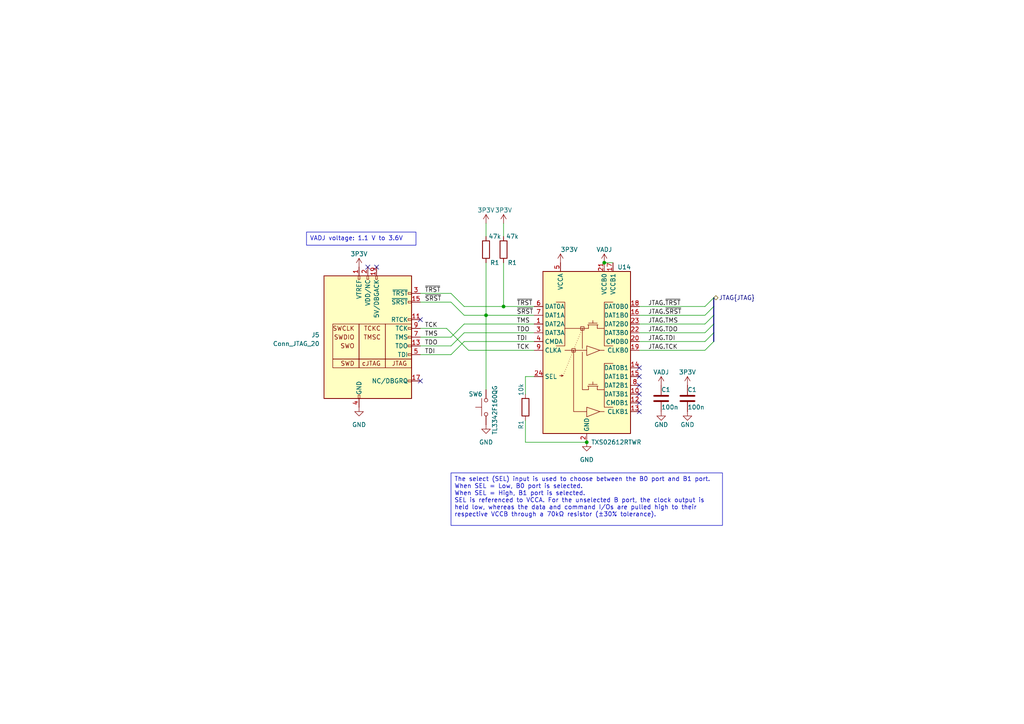
<source format=kicad_sch>
(kicad_sch (version 20230121) (generator eeschema)
  (paper "A4")
  (title_block (title "JTAG") (date "2023-03-02") (rev "1.0.0") (company "CHIPS Alliance") (comment 1 "Rui Huang (2023-03-02)") (comment 2 "Rui Huang (2023-03-02)") (comment 4 "Rui Huang (2023-03-02)"))
  (lib_symbols
    (symbol "CHIPSAlliance_Connector:Conn_JTAG_20" (pin_names (offset 1.016))
      (property "Reference" "J" (at 0 1.27 0))
      (property "Value" "Conn_JTAG_20" (at 0 -38.1 0))
      (symbol "Conn_JTAG_20_0_1"
        (rectangle (start 0 0) (end 25.4 -35.56) (stroke (width 0.254)) (fill (type background)))
        (rectangle (start 2.54 -24.13) (end 10.16 -26.67))
        (rectangle (start 2.54 -13.97) (end 10.16 -24.13))
        (rectangle (start 9.906 -34.544) (end 10.414 -35.56))
        (rectangle (start 9.906 0) (end 10.414 -1.016))
        (rectangle (start 10.16 -24.13) (end 17.78 -26.67))
        (rectangle (start 10.16 -13.97) (end 17.78 -24.13))
        (rectangle (start 12.446 0) (end 12.954 -1.016))
        (rectangle (start 14.986 0) (end 15.494 -1.016))
        (rectangle (start 17.78 -24.13) (end 25.4 -26.67))
        (rectangle (start 17.78 -13.97) (end 25.4 -24.13))
        (rectangle (start 24.384 -15.494) (end 25.4 -14.986))
        (rectangle (start 25.4 -30.226) (end 24.384 -30.734))
        (rectangle (start 25.4 -20.574) (end 24.384 -20.066))
        (rectangle (start 25.4 -18.034) (end 24.384 -17.526))
        (rectangle (start 25.4 -12.954) (end 24.384 -12.446))
        (rectangle (start 25.4 -7.366) (end 24.384 -7.874))
        (rectangle (start 25.4 -4.826) (end 24.384 -5.334))
        (text "cJTAG\n" (at 16.51 -25.4 0) (effects (font (size 1.27 1.27)) (justify right)))
        (text "JTAG\n" (at 24.13 -25.4 0) (effects (font (size 1.27 1.27)) (justify right)))
        (text "SWCLK" (at 8.89 -15.24 0) (effects (font (size 1.27 1.27)) (justify right)))
        (text "SWD" (at 8.89 -25.4 0) (effects (font (size 1.27 1.27)) (justify right)))
        (text "SWDIO\n" (at 8.89 -17.78 0) (effects (font (size 1.27 1.27)) (justify right)))
        (text "SWO\n" (at 8.89 -20.32 0) (effects (font (size 1.27 1.27)) (justify right)))
        (text "TCKC" (at 16.51 -15.24 0) (effects (font (size 1.27 1.27)) (justify right)))
        (text "TMSC\n" (at 16.51 -17.78 0) (effects (font (size 1.27 1.27)) (justify right)))
      )
      (symbol "Conn_JTAG_20_1_1"
        (rectangle (start 24.384 -23.114) (end 25.4 -22.606))
        (pin power_in line (at 10.16 2.54 270) (length 2.54) (name "VTREF") (number "1"))
        (pin power_in line (at 10.16 -38.1 90) (length 2.54) hide (name "GND") (number "10"))
        (pin input line (at 27.94 -12.7 180) (length 2.54) (name "RTCK") (number "11"))
        (pin power_in line (at 10.16 -38.1 90) (length 2.54) hide (name "GND") (number "12"))
        (pin input line (at 27.94 -20.32 180) (length 2.54) (name "TDO") (number "13"))
        (pin power_in line (at 10.16 -38.1 90) (length 2.54) hide (name "GND") (number "14"))
        (pin bidirectional line (at 27.94 -7.62 180) (length 2.54) (name "~{SRST}") (number "15"))
        (pin power_in line (at 10.16 -38.1 90) (length 2.54) hide (name "GND") (number "16"))
        (pin output line (at 27.94 -30.48 180) (length 2.54) (name "NC/DBGRQ") (number "17"))
        (pin power_in line (at 10.16 -38.1 90) (length 2.54) hide (name "GND") (number "18"))
        (pin power_out line (at 15.24 2.54 270) (length 2.54) (name "5V/DBGACK") (number "19"))
        (pin power_in line (at 12.7 2.54 270) (length 2.54) (name "VDD/NC") (number "2"))
        (pin power_in line (at 10.16 -38.1 90) (length 2.54) hide (name "GND") (number "20"))
        (pin output line (at 27.94 -5.08 180) (length 2.54) (name "~{TRST}") (number "3"))
        (pin power_in line (at 10.16 -38.1 90) (length 2.54) (name "GND") (number "4"))
        (pin output line (at 27.94 -22.86 180) (length 2.54) (name "TDI") (number "5"))
        (pin power_in line (at 10.16 -38.1 90) (length 2.54) hide (name "GND") (number "6"))
        (pin output line (at 27.94 -17.78 180) (length 2.54) (name "TMS") (number "7"))
        (pin power_in line (at 10.16 -38.1 90) (length 2.54) hide (name "GND") (number "8"))
        (pin output line (at 27.94 -15.24 180) (length 2.54) (name "TCK") (number "9"))
      )
    )
    (symbol "CHIPSAlliance_Logic:TXS02612RTWR"
      (property "Reference" "U" (at 1.27 1.27 0))
      (property "Value" "TXS02612RTWR" (at 0 -48.26 0))
      (symbol "TXS02612RTWR_0_1"
        (polyline (pts (xy 4.826 -30.226) (xy 5.842 -30.226)))
        (polyline (pts (xy 6.35 -22.86) (xy 12.7 -22.86)))
        (polyline (pts (xy 11.43 -22.352) (xy 11.43 -16.51)))
        (polyline (pts (xy 11.43 -16.51) (xy 5.842 -30.226)) (stroke (width 0) (type dot)))
        (polyline (pts (xy 16.51 -40.64) (xy 17.78 -40.64)))
        (polyline (pts (xy 16.51 -22.86) (xy 17.78 -22.86)))
        (polyline (pts (xy 17.78 -21.59) (xy 17.78 -21.59)))
        (polyline (pts (xy 5.334 -29.972) (xy 5.842 -30.226) (xy 5.334 -30.48)))
        (polyline (pts (xy 8.89 -22.86) (xy 8.89 -40.64) (xy 12.7 -40.64)))
        (polyline (pts (xy 11.43 -23.368) (xy 11.43 -34.29) (xy 12.7 -34.29)))
        (polyline (pts (xy 3.81 -8.89) (xy 6.35 -8.89) (xy 6.35 -21.59) (xy 3.81 -21.59)))
        (polyline (pts (xy 12.7 -39.37) (xy 12.7 -42.164) (xy 16.51 -40.64) (xy 12.7 -39.37)))
        (polyline (pts (xy 12.7 -21.59) (xy 12.7 -24.384) (xy 16.51 -22.86) (xy 12.7 -21.59)))
        (polyline (pts (xy 20.32 -26.67) (xy 17.78 -26.67) (xy 17.78 -39.37) (xy 20.32 -39.37)))
        (polyline (pts (xy 20.32 -8.89) (xy 17.78 -8.89) (xy 17.78 -21.59) (xy 20.32 -21.59)))
        (polyline (pts (xy 8.382 -23.368) (xy 9.398 -23.368) (xy 9.398 -22.352) (xy 8.382 -22.352) (xy 8.382 -23.368)))
        (polyline (pts (xy 10.922 -17.018) (xy 11.938 -17.018) (xy 11.938 -16.002) (xy 10.922 -16.002) (xy 10.922 -17.018)))
        (rectangle (start 0 0) (end 25.4 -46.99) (stroke (width 0.254)) (fill (type background)))
      )
      (symbol "TXS02612RTWR_1_0"
        (pin bidirectional line (at 27.94 -35.56 180) (length 2.54) (name "DAT3B1") (number "10"))
        (pin power_in line (at 12.7 -49.53 90) (length 2.54) hide (name "GND") (number "11"))
        (pin bidirectional line (at 27.94 -38.1 180) (length 2.54) (name "CMDB1") (number "12"))
        (pin output line (at 27.94 -40.64 180) (length 2.54) (name "CLKB1") (number "13"))
        (pin bidirectional line (at 27.94 -27.94 180) (length 2.54) (name "DAT0B1") (number "14"))
        (pin bidirectional line (at 27.94 -30.48 180) (length 2.54) (name "DAT1B1") (number "15"))
        (pin bidirectional line (at 27.94 -12.7 180) (length 2.54) (name "DAT1B0") (number "16"))
        (pin power_in line (at 20.32 2.54 270) (length 2.54) (name "VCCB1") (number "17"))
        (pin bidirectional line (at 27.94 -10.16 180) (length 2.54) (name "DAT0B0") (number "18"))
        (pin output line (at 27.94 -22.86 180) (length 2.54) (name "CLKB0") (number "19"))
        (pin power_in line (at 12.7 -49.53 90) (length 2.54) (name "GND") (number "2"))
        (pin bidirectional line (at 27.94 -20.32 180) (length 2.54) (name "CMDB0") (number "20"))
        (pin power_in line (at 17.78 2.54 270) (length 2.54) (name "VCCB0") (number "21"))
        (pin bidirectional line (at 27.94 -17.78 180) (length 2.54) (name "DAT3B0") (number "22"))
        (pin bidirectional line (at 27.94 -15.24 180) (length 2.54) (name "DAT2B0") (number "23"))
        (pin input line (at -2.54 -30.48 0) (length 2.54) (name "SEL") (number "24"))
        (pin bidirectional line (at -2.54 -12.7 0) (length 2.54) (name "DAT1A") (number "7"))
        (pin bidirectional line (at 27.94 -33.02 180) (length 2.54) (name "DAT2B1") (number "8"))
        (pin input line (at -2.54 -22.86 0) (length 2.54) (name "CLKA") (number "9"))
      )
      (symbol "TXS02612RTWR_1_1"
        (polyline (pts (xy 6.35 -16.51) (xy 13.208 -16.51)))
        (polyline (pts (xy 12.7 -34.29) (xy 13.208 -34.29)))
        (polyline (pts (xy 12.954 -33.274) (xy 16.002 -33.274)))
        (polyline (pts (xy 12.954 -15.494) (xy 16.002 -15.494)))
        (polyline (pts (xy 13.208 -34.29) (xy 13.208 -33.274)))
        (polyline (pts (xy 13.208 -32.766) (xy 15.748 -32.766)))
        (polyline (pts (xy 13.208 -16.51) (xy 13.208 -15.494)))
        (polyline (pts (xy 13.208 -14.986) (xy 15.748 -14.986)))
        (polyline (pts (xy 14.478 -32.766) (xy 14.478 -32.004)))
        (polyline (pts (xy 14.478 -14.986) (xy 14.478 -14.224)))
        (polyline (pts (xy 15.748 -34.29) (xy 15.748 -33.274)))
        (polyline (pts (xy 15.748 -16.51) (xy 15.748 -15.494)))
        (polyline (pts (xy 17.78 -34.29) (xy 15.748 -34.29)))
        (polyline (pts (xy 17.78 -16.51) (xy 15.748 -16.51)))
        (pin bidirectional line (at -2.54 -15.24 0) (length 2.54) (name "DAT2A") (number "1"))
        (pin input line (at 12.7 -49.53 90) (length 2.54) hide (name "GND") (number "25"))
        (pin bidirectional line (at -2.54 -17.78 0) (length 2.54) (name "DAT3A") (number "3"))
        (pin bidirectional line (at -2.54 -20.32 0) (length 2.54) (name "CMDA") (number "4"))
        (pin power_in line (at 5.08 2.54 270) (length 2.54) (name "VCCA") (number "5"))
        (pin bidirectional line (at -2.54 -10.16 0) (length 2.54) (name "DAT0A") (number "6"))
      )
    )
    (symbol "CHIPSAlliance_Power:3P3V" (power) (pin_names (offset 0))
      (property "Value" "3P3V" (at 0 3.81 0))
      (symbol "3P3V_0_1"
        (polyline (pts (xy -0.762 1.27) (xy 0 2.54)))
        (polyline (pts (xy 0 0) (xy 0 2.54)))
        (polyline (pts (xy 0 2.54) (xy 0.762 1.27)))
      )
      (symbol "3P3V_1_1"
        (pin power_in line (at 0 0 90) (length 0) hide (name "3P3V") (number "1"))
      )
    )
    (symbol "CHIPSAlliance_Power:GND" (power) (pin_names (offset 0))
      (property "Value" "GND" (at 0 -3.81 0))
      (symbol "GND_0_1"
        (polyline (pts (xy 0 0) (xy 0 -1.27) (xy 1.27 -1.27) (xy 0 -2.54) (xy -1.27 -1.27) (xy 0 -1.27)))
      )
      (symbol "GND_1_1"
        (pin power_in line (at 0 0 270) (length 0) hide (name "GND") (number "1"))
      )
    )
    (symbol "CHIPSAlliance_Power:VADJ" (power) (pin_names (offset 0))
      (property "Value" "VADJ" (at 0 3.81 0))
      (symbol "VADJ_0_1"
        (polyline (pts (xy -0.762 1.27) (xy 0 2.54)))
        (polyline (pts (xy 0 0) (xy 0 2.54)))
        (polyline (pts (xy 0 2.54) (xy 0.762 1.27)))
      )
      (symbol "VADJ_1_1"
        (pin power_in line (at 0 0 90) (length 0) hide (name "VADJ") (number "1"))
      )
    )
    (symbol "Device:C" (pin_numbers hide) (pin_names (offset 0.254))
      (property "Reference" "C" (at 0.635 2.54 0))
      (property "Value" "C" (at 0.635 -2.54 0))
      (symbol "C_0_1"
        (polyline (pts (xy -2.032 -0.762) (xy 2.032 -0.762)) (stroke (width 0.508)))
        (polyline (pts (xy -2.032 0.762) (xy 2.032 0.762)) (stroke (width 0.508)))
      )
      (symbol "C_1_1"
        (pin passive line (at 0 3.81 270) (length 2.794) (name "~") (number "1"))
        (pin passive line (at 0 -3.81 90) (length 2.794) (name "~") (number "2"))
      )
    )
    (symbol "Device:R" (pin_numbers hide) (pin_names (offset 0))
      (property "Reference" "R" (at 2.032 0 90))
      (property "Value" "R" (at 0 0 90))
      (symbol "R_0_1"
        (rectangle (start -1.016 -2.54) (end 1.016 2.54) (stroke (width 0.254)))
      )
      (symbol "R_1_1"
        (pin passive line (at 0 3.81 270) (length 1.27) (name "~") (number "1"))
        (pin passive line (at 0 -3.81 90) (length 1.27) (name "~") (number "2"))
      )
    )
    (symbol "Switch:SW_Push" (pin_numbers hide) (pin_names (offset 1.016) hide)
      (property "Reference" "SW" (at 1.27 2.54 0))
      (property "Value" "SW_Push" (at 0 -1.524 0))
      (symbol "SW_Push_0_1"
        (circle (center -2.032 0) (radius 0.508))
        (polyline (pts (xy 0 1.27) (xy 0 3.048)))
        (polyline (pts (xy 2.54 1.27) (xy -2.54 1.27)))
        (circle (center 2.032 0) (radius 0.508))
        (pin passive line (at -5.08 0 0) (length 2.54) (name "1") (number "1"))
        (pin passive line (at 5.08 0 180) (length 2.54) (name "2") (number "2"))
      )
    )
  )
  (bus_alias "JTAG" (members "~{TRST}" "~{SRST}" "TMS" "TDO" "TDI" "TCK"))
  (junction (at 140.97 91.44))
  (junction (at 175.26 76.2))
  (junction (at 146.05 88.9))
  (junction (at 170.18 128.27))
  (no_connect (at 106.68 77.47))
  (no_connect (at 185.42 109.22))
  (no_connect (at 121.92 92.71))
  (no_connect (at 121.92 110.49))
  (no_connect (at 185.42 111.76))
  (no_connect (at 109.22 77.47))
  (no_connect (at 185.42 114.3))
  (no_connect (at 185.42 119.38))
  (no_connect (at 185.42 106.68))
  (no_connect (at 185.42 116.84))
  (bus_entry (at 204.47 88.9) (size 2.54 -2.54))
  (bus_entry (at 204.47 99.06) (size 2.54 -2.54))
  (bus_entry (at 204.47 96.52) (size 2.54 -2.54))
  (bus_entry (at 204.47 93.98) (size 2.54 -2.54))
  (bus_entry (at 204.47 101.6) (size 2.54 -2.54))
  (bus_entry (at 204.47 91.44) (size 2.54 -2.54))
  (wire (pts (xy 121.92 87.63) (xy 130.81 87.63)))
  (wire (pts (xy 140.97 91.44) (xy 154.94 91.44)))
  (wire (pts (xy 129.54 95.25) (xy 135.89 101.6)))
  (wire (pts (xy 134.62 99.06) (xy 130.81 102.87)))
  (wire (pts (xy 185.42 91.44) (xy 204.47 91.44)))
  (wire (pts (xy 134.62 93.98) (xy 130.81 97.79)))
  (wire (pts (xy 121.92 85.09) (xy 130.81 85.09)))
  (wire (pts (xy 134.62 99.06) (xy 154.94 99.06)))
  (bus (pts (xy 207.01 86.36) (xy 207.01 88.9)))
  (wire (pts (xy 185.42 101.6) (xy 204.47 101.6)))
  (wire (pts (xy 175.26 76.2) (xy 177.8 76.2)))
  (wire (pts (xy 134.62 96.52) (xy 130.81 100.33)))
  (wire (pts (xy 185.42 99.06) (xy 204.47 99.06)))
  (wire (pts (xy 134.62 96.52) (xy 154.94 96.52)))
  (wire (pts (xy 152.4 121.92) (xy 152.4 128.27)))
  (wire (pts (xy 146.05 64.77) (xy 146.05 68.58)))
  (bus (pts (xy 207.01 88.9) (xy 207.01 91.44)))
  (wire (pts (xy 134.62 91.44) (xy 140.97 91.44)))
  (wire (pts (xy 135.89 101.6) (xy 154.94 101.6)))
  (wire (pts (xy 185.42 93.98) (xy 204.47 93.98)))
  (bus (pts (xy 207.01 91.44) (xy 207.01 93.98)))
  (wire (pts (xy 121.92 102.87) (xy 130.81 102.87)))
  (wire (pts (xy 152.4 109.22) (xy 154.94 109.22)))
  (wire (pts (xy 185.42 88.9) (xy 204.47 88.9)))
  (wire (pts (xy 140.97 76.2) (xy 140.97 91.44)))
  (wire (pts (xy 121.92 97.79) (xy 130.81 97.79)))
  (wire (pts (xy 140.97 64.77) (xy 140.97 68.58)))
  (wire (pts (xy 134.62 88.9) (xy 130.81 85.09)))
  (bus (pts (xy 207.01 96.52) (xy 207.01 99.06)))
  (wire (pts (xy 146.05 88.9) (xy 154.94 88.9)))
  (wire (pts (xy 134.62 91.44) (xy 130.81 87.63)))
  (bus (pts (xy 207.01 93.98) (xy 207.01 96.52)))
  (wire (pts (xy 146.05 76.2) (xy 146.05 88.9)))
  (wire (pts (xy 134.62 88.9) (xy 146.05 88.9)))
  (wire (pts (xy 134.62 93.98) (xy 154.94 93.98)))
  (wire (pts (xy 152.4 109.22) (xy 152.4 114.3)))
  (wire (pts (xy 121.92 100.33) (xy 130.81 100.33)))
  (wire (pts (xy 121.92 95.25) (xy 129.54 95.25)))
  (wire (pts (xy 152.4 128.27) (xy 170.18 128.27)))
  (wire (pts (xy 185.42 96.52) (xy 204.47 96.52)))
  (wire (pts (xy 140.97 91.44) (xy 140.97 113.03)))
  (text_box "VADJ voltage: 1.1 V to 3.6V" (at 88.9 67.31 0) (size 31.75 3.81) (effects (font (size 1.27 1.27)) (justify left top)))
  (text_box "The select (SEL) input is used to choose between the B0 port and B1 port. \nWhen SEL = Low, B0 port is selected.\nWhen SEL = High, B1 port is selected.\nSEL is referenced to VCCA. For the unselected B port, the clock output is held low, whereas the data and command I/Os are pulled high to their respective VCCB through a 70kΩ resistor (±30% tolerance)." (at 130.81 137.16 0) (size 78.74 15.24) (effects (font (size 1.27 1.27)) (justify left top)))
  (label "TCK" (at 149.86 101.6 0))
  (label "~{SRST}" (at 123.19 87.63 0))
  (label "~{TRST}" (at 149.86 88.9 0))
  (label "JTAG.TMS" (at 187.96 93.98 0))
  (label "TMS" (at 149.86 93.98 0))
  (label "JTAG.~{SRST}" (at 187.96 91.44 0))
  (label "~{SRST}" (at 149.86 91.44 0))
  (label "TMS" (at 123.19 97.79 0))
  (label "~{TRST}" (at 123.19 85.09 0))
  (label "TDO" (at 149.86 96.52 0))
  (label "TDI" (at 149.86 99.06 0))
  (label "JTAG.TDI" (at 187.96 99.06 0))
  (label "JTAG.TCK" (at 187.96 101.6 0))
  (label "JTAG.TDO" (at 187.96 96.52 0))
  (label "JTAG.~{TRST}" (at 187.96 88.9 0))
  (label "TDO" (at 123.19 100.33 0))
  (label "TCK" (at 123.19 95.25 0))
  (label "TDI" (at 123.19 102.87 0))
  (hierarchical_label "JTAG{JTAG}" (shape bidirectional) (at 207.01 86.36 0))
  (symbol (lib_id "CHIPSAlliance_Power:VADJ") (at 175.26 76.2 0) (unit 1)
    (property "Reference" "#PWR01" (effects hide))
    (property "Value" "VADJ" (at 175.26 72.39 0))
    (instances (project "fmc_usb_gpio_spi_jtag" (path "" (reference "#PWR01") (unit 1)) (path "" (reference "#PWR083") (unit 1)) (path "" (reference "#PWR089") (unit 1)) (path "" (reference "#PWR0183") (unit 1)) (path "" (reference "#PWR0193") (unit 1)) (path "" (reference "#PWR0199") (unit 1))))
  )
  (symbol (lib_id "CHIPSAlliance_Power:GND") (at 199.39 119.38 0) (unit 1)
    (property "Reference" "#PWR02" (effects hide))
    (property "Value" "GND" (at 199.39 123.19 0))
    (instances (project "fmc_usb_gpio_spi_jtag" (path "" (reference "#PWR02") (unit 1)) (path "" (reference "#PWR099") (unit 1)) (path "" (reference "#PWR0135") (unit 1)) (path "" (reference "#PWR0167") (unit 1))))
  )
  (symbol (lib_id "Device:R") (at 140.97 72.39 0) (unit 1)
    (property "Reference" "R1" (at 143.51 76.2 0))
    (property "Value" "47k" (at 143.51 68.58 0))
    (property "Footprint" "Resistor_SMD:R_0402_1005Metric" (effects hide))
    (instances (project "fmc_usb_gpio_spi_jtag" (path "" (reference "R1") (unit 1)) (path "" (reference "R5") (unit 1)) (path "" (reference "R18") (unit 1)) (path "" (reference "R23") (unit 1))))
  )
  (symbol (lib_id "Switch:SW_Push") (at 140.97 118.11 90) (unit 1)
    (property "Reference" "SW6" (at 135.89 114.3 90) (effects (justify right)))
    (property "Value" "TL3342F160QG" (at 143.51 111.76 0) (effects (justify right)))
    (property "Footprint" "Button_Switch_SMD:SW_SPST_TL3342" (effects hide))
    (property "Datasheet" "https://atta.szlcsc.com/upload/public/pdf/source/20210906/11280193174E7DA876DC76C90FC72D93.pdf" (effects hide))
    (instances (project "fmc_usb_gpio_spi_jtag" (path "" (reference "SW6") (unit 1)) (path "" (reference "SW7") (unit 1))))
  )
  (symbol (lib_id "CHIPSAlliance_Power:GND") (at 104.14 118.11 0) (unit 1)
    (property "Reference" "#PWR0175" (effects hide))
    (property "Value" "GND" (at 104.14 123.19 0))
    (instances (project "fmc_usb_gpio_spi_jtag" (path "" (reference "#PWR0175") (unit 1)) (path "" (reference "#PWR0195") (unit 1)) (path "" (reference "#PWR0162") (unit 1))))
  )
  (symbol (lib_id "CHIPSAlliance_Power:3P3V") (at 146.05 64.77 0) (unit 1)
    (property "Reference" "#PWR073" (effects hide))
    (property "Value" "3P3V" (at 146.05 60.96 0))
    (instances (project "fmc_usb_gpio_spi_jtag" (path "" (reference "#PWR073") (unit 1)) (path "" (reference "#PWR098") (unit 1)) (path "" (reference "#PWR0177") (unit 1)) (path "" (reference "#PWR0197") (unit 1)) (path "" (reference "#PWR0125") (unit 1))))
  )
  (symbol (lib_id "Device:R") (at 146.05 72.39 0) (unit 1)
    (property "Reference" "R1" (at 148.59 76.2 0))
    (property "Value" "47k" (at 148.59 68.58 0))
    (property "Footprint" "Resistor_SMD:R_0402_1005Metric" (effects hide))
    (instances (project "fmc_usb_gpio_spi_jtag" (path "" (reference "R1") (unit 1)) (path "" (reference "R5") (unit 1)) (path "" (reference "R18") (unit 1)) (path "" (reference "R24") (unit 1))))
  )
  (symbol (lib_id "CHIPSAlliance_Connector:Conn_JTAG_20") (at 93.98 80.01 0) (unit 1)
    (property "Reference" "J5" (at 92.71 97.155 0) (effects (justify right)))
    (property "Value" "Conn_JTAG_20" (at 92.71 99.695 0) (effects (justify right)))
    (property "Footprint" "Connector_IDC:IDC-Header_2x10_P2.54mm_Vertical" (effects hide))
    (property "Datasheet" "https://www.segger.com/products/debug-probes/j-link/technology/interface-description" (effects hide))
  )
  (symbol (lib_id "CHIPSAlliance_Power:3P3V") (at 140.97 64.77 0) (unit 1)
    (property "Reference" "#PWR073" (effects hide))
    (property "Value" "3P3V" (at 140.97 60.96 0))
    (instances (project "fmc_usb_gpio_spi_jtag" (path "" (reference "#PWR073") (unit 1)) (path "" (reference "#PWR098") (unit 1)) (path "" (reference "#PWR0177") (unit 1)) (path "" (reference "#PWR0197") (unit 1)) (path "" (reference "#PWR0129") (unit 1))))
  )
  (symbol (lib_id "CHIPSAlliance_Power:GND") (at 191.77 119.38 0) (unit 1)
    (property "Reference" "#PWR02" (effects hide))
    (property "Value" "GND" (at 191.77 123.19 0))
    (instances (project "fmc_usb_gpio_spi_jtag" (path "" (reference "#PWR02") (unit 1)) (path "" (reference "#PWR099") (unit 1)) (path "" (reference "#PWR0133") (unit 1)) (path "" (reference "#PWR0165") (unit 1))))
  )
  (symbol (lib_id "CHIPSAlliance_Power:3P3V") (at 104.14 77.47 0) (unit 1)
    (property "Reference" "#PWR073" (effects hide))
    (property "Value" "3P3V" (at 104.14 73.66 0))
    (instances (project "fmc_usb_gpio_spi_jtag" (path "" (reference "#PWR073") (unit 1)) (path "" (reference "#PWR098") (unit 1)) (path "" (reference "#PWR0177") (unit 1)) (path "" (reference "#PWR0197") (unit 1)) (path "" (reference "#PWR0143") (unit 1))))
  )
  (symbol (lib_id "CHIPSAlliance_Power:3P3V") (at 162.56 76.2 0) (unit 1)
    (property "Reference" "#PWR073" (effects hide))
    (property "Value" "3P3V" (at 165.1 72.39 0))
    (instances (project "fmc_usb_gpio_spi_jtag" (path "" (reference "#PWR073") (unit 1)) (path "" (reference "#PWR098") (unit 1)) (path "" (reference "#PWR0177") (unit 1)) (path "" (reference "#PWR0197") (unit 1)) (path "" (reference "#PWR0134") (unit 1))))
  )
  (symbol (lib_id "CHIPSAlliance_Power:GND") (at 140.97 123.19 0) (unit 1)
    (property "Reference" "#PWR0175" (effects hide))
    (property "Value" "GND" (at 140.97 128.27 0))
    (instances (project "fmc_usb_gpio_spi_jtag" (path "" (reference "#PWR0175") (unit 1)) (path "" (reference "#PWR0206") (unit 1)) (path "" (reference "#PWR0212") (unit 1))))
  )
  (symbol (lib_id "Device:R") (at 152.4 118.11 180) (unit 1)
    (property "Reference" "R1" (at 151.13 123.19 90))
    (property "Value" "10k" (at 151.13 113.03 90))
    (property "Footprint" "Resistor_SMD:R_0402_1005Metric" (effects hide))
    (instances (project "fmc_usb_gpio_spi_jtag" (path "" (reference "R1") (unit 1)) (path "" (reference "R20") (unit 1)) (path "" (reference "R12") (unit 1)) (path "" (reference "R22") (unit 1))))
  )
  (symbol (lib_id "CHIPSAlliance_Power:VADJ") (at 191.77 111.76 0) (unit 1)
    (property "Reference" "#PWR01" (effects hide))
    (property "Value" "VADJ" (at 191.77 107.95 0))
    (instances (project "fmc_usb_gpio_spi_jtag" (path "" (reference "#PWR01") (unit 1)) (path "" (reference "#PWR083") (unit 1)) (path "" (reference "#PWR087") (unit 1)) (path "" (reference "#PWR0132") (unit 1)) (path "" (reference "#PWR0164") (unit 1))))
  )
  (symbol (lib_id "CHIPSAlliance_Power:3P3V") (at 199.39 111.76 0) (unit 1)
    (property "Reference" "#PWR073" (effects hide))
    (property "Value" "3P3V" (at 199.39 107.95 0))
    (instances (project "fmc_usb_gpio_spi_jtag" (path "" (reference "#PWR073") (unit 1)) (path "" (reference "#PWR0134") (unit 1)) (path "" (reference "#PWR0139") (unit 1))))
  )
  (symbol (lib_id "CHIPSAlliance_Power:GND") (at 170.18 128.27 0) (unit 1)
    (property "Reference" "#PWR0175" (effects hide))
    (property "Value" "GND" (at 170.18 133.35 0))
    (instances (project "fmc_usb_gpio_spi_jtag" (path "" (reference "#PWR0175") (unit 1)) (path "" (reference "#PWR0195") (unit 1)) (path "" (reference "#PWR0200") (unit 1))))
  )
  (symbol (lib_id "Device:C") (at 199.39 115.57 0) (unit 1)
    (property "Reference" "C1" (at 199.39 113.03 0) (effects (justify left)))
    (property "Value" "100n" (at 199.39 118.11 0) (effects (justify left)))
    (property "Footprint" "Capacitor_SMD:C_0402_1005Metric" (effects hide))
    (instances (project "fmc_usb_gpio_spi_jtag" (path "" (reference "C1") (unit 1)) (path "" (reference "C2") (unit 1)) (path "" (reference "C5") (unit 1)) (path "" (reference "C15") (unit 1)) (path "" (reference "C23") (unit 1))))
  )
  (symbol (lib_id "CHIPSAlliance_Logic:TXS02612RTWR") (at 157.48 78.74 0) (unit 1)
    (property "Reference" "U14" (at 179.07 77.47 0) (effects (justify left)))
    (property "Value" "TXS02612RTWR" (at 171.45 128.27 0) (effects (justify left)))
    (property "Footprint" "Package_DFN_QFN:WQFN-24-1EP_4x4mm_P0.5mm_EP2.45x2.45mm" (effects hide))
    (property "Datasheet" "https://www.ti.com/lit/ds/symlink/txs02612.pdf" (effects hide))
    (instances (project "fmc_usb_gpio_spi_jtag" (path "" (reference "U14") (unit 1)) (path "" (reference "U15") (unit 1)) (path "" (reference "U17") (unit 1))))
  )
  (symbol (lib_id "Device:C") (at 191.77 115.57 0) (unit 1)
    (property "Reference" "C1" (at 191.77 113.03 0) (effects (justify left)))
    (property "Value" "100n" (at 191.77 118.11 0) (effects (justify left)))
    (property "Footprint" "Capacitor_SMD:C_0402_1005Metric" (effects hide))
    (instances (project "fmc_usb_gpio_spi_jtag" (path "" (reference "C1") (unit 1)) (path "" (reference "C2") (unit 1)) (path "" (reference "C5") (unit 1)) (path "" (reference "C14") (unit 1)) (path "" (reference "C22") (unit 1))))
  )
)
</source>
